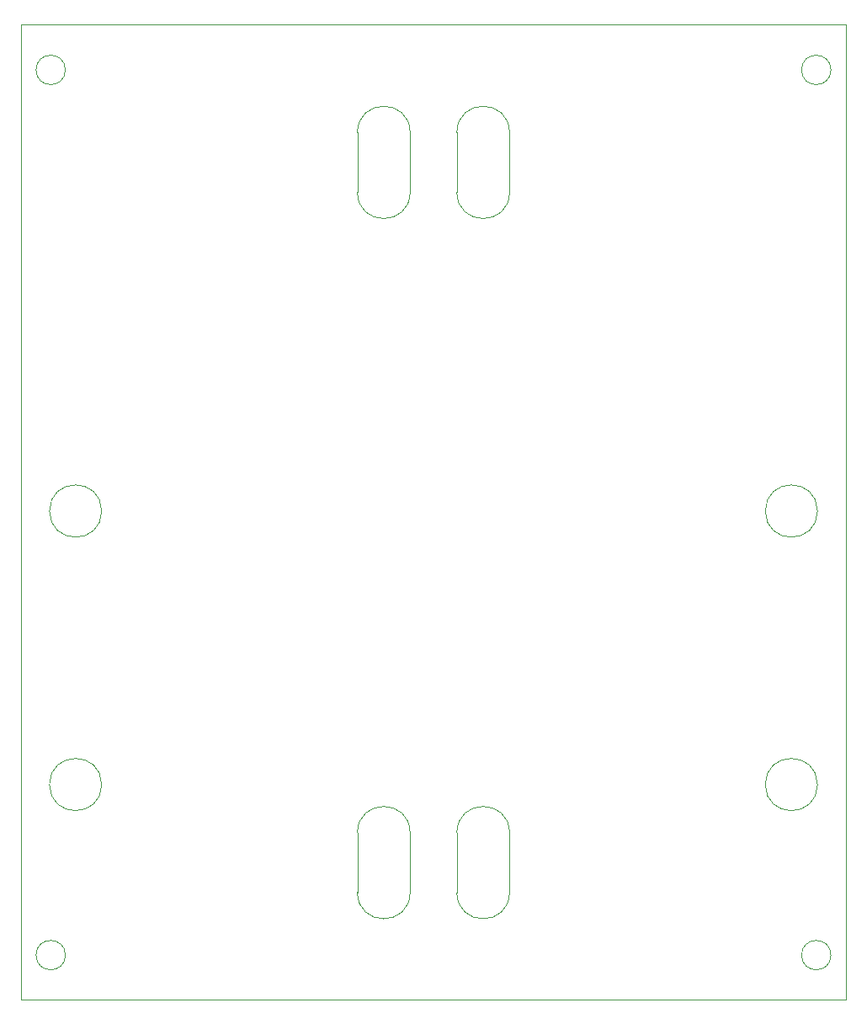
<source format=gbr>
%TF.GenerationSoftware,KiCad,Pcbnew,(5.1.10)-1*%
%TF.CreationDate,2022-05-08T17:12:19-07:00*%
%TF.ProjectId,solar-panel-side-XY,736f6c61-722d-4706-916e-656c2d736964,1.0*%
%TF.SameCoordinates,Original*%
%TF.FileFunction,Profile,NP*%
%FSLAX46Y46*%
G04 Gerber Fmt 4.6, Leading zero omitted, Abs format (unit mm)*
G04 Created by KiCad (PCBNEW (5.1.10)-1) date 2022-05-08 17:12:19*
%MOMM*%
%LPD*%
G01*
G04 APERTURE LIST*
%TA.AperFunction,Profile*%
%ADD10C,0.050000*%
%TD*%
G04 APERTURE END LIST*
D10*
X152150000Y-153000000D02*
G75*
G02*
X146850000Y-153000000I-2650000J0D01*
G01*
X146850000Y-147000000D02*
G75*
G02*
X152150000Y-147000000I2650000J0D01*
G01*
X142150000Y-153000000D02*
G75*
G02*
X136850000Y-153000000I-2650000J0D01*
G01*
X136850000Y-147000000D02*
G75*
G02*
X142150000Y-147000000I2650000J0D01*
G01*
X152150000Y-82600000D02*
G75*
G02*
X146850000Y-82600000I-2650000J0D01*
G01*
X146850000Y-76600000D02*
G75*
G02*
X152150000Y-76600000I2650000J0D01*
G01*
X136850000Y-76600000D02*
G75*
G02*
X142150000Y-76600000I2650000J0D01*
G01*
X142150000Y-82600000D02*
G75*
G02*
X136850000Y-82600000I-2650000J0D01*
G01*
X152150000Y-76600000D02*
X152150000Y-82600000D01*
X146850000Y-76600000D02*
X146850000Y-82600000D01*
X136850000Y-76600000D02*
X136850000Y-82600000D01*
X142150000Y-76600000D02*
X142150000Y-82600000D01*
X152150000Y-153000000D02*
X152150000Y-147000000D01*
X146850000Y-147000000D02*
X146850000Y-153000000D01*
X142150000Y-153000000D02*
X142150000Y-147000000D01*
X136850000Y-153000000D02*
X136850000Y-147000000D01*
X183125000Y-114650000D02*
G75*
G03*
X183125000Y-114650000I-2625000J0D01*
G01*
X183125000Y-142150000D02*
G75*
G03*
X183125000Y-142150000I-2625000J0D01*
G01*
X111125000Y-142150000D02*
G75*
G03*
X111125000Y-142150000I-2625000J0D01*
G01*
X111125000Y-114650000D02*
G75*
G03*
X111125000Y-114650000I-2625000J0D01*
G01*
X184475000Y-70300000D02*
G75*
G03*
X184475000Y-70300000I-1475000J0D01*
G01*
X107475000Y-70300000D02*
G75*
G03*
X107475000Y-70300000I-1475000J0D01*
G01*
X107475000Y-159300000D02*
G75*
G03*
X107475000Y-159300000I-1475000J0D01*
G01*
X184475000Y-159300000D02*
G75*
G03*
X184475000Y-159300000I-1475000J0D01*
G01*
X186000000Y-65750000D02*
X103000000Y-65750000D01*
X186000000Y-163750000D02*
X186000000Y-65750000D01*
X103000000Y-163750000D02*
X186000000Y-163750000D01*
X103000000Y-65750000D02*
X103000000Y-163750000D01*
M02*

</source>
